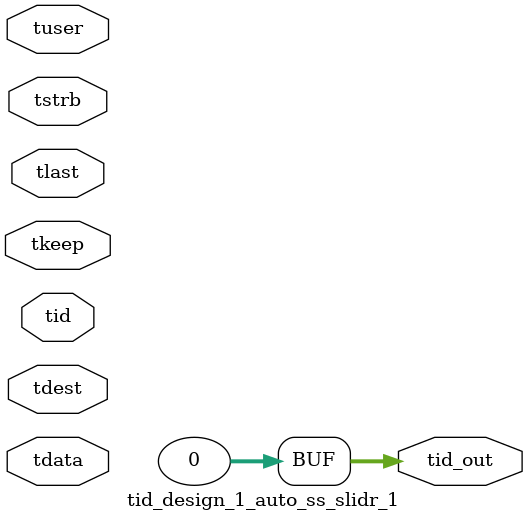
<source format=v>


`timescale 1ps/1ps

module tid_design_1_auto_ss_slidr_1 #
(
parameter C_S_AXIS_TID_WIDTH   = 1,
parameter C_S_AXIS_TUSER_WIDTH = 0,
parameter C_S_AXIS_TDATA_WIDTH = 0,
parameter C_S_AXIS_TDEST_WIDTH = 0,
parameter C_M_AXIS_TID_WIDTH   = 32
)
(
input  [(C_S_AXIS_TID_WIDTH   == 0 ? 1 : C_S_AXIS_TID_WIDTH)-1:0       ] tid,
input  [(C_S_AXIS_TDATA_WIDTH == 0 ? 1 : C_S_AXIS_TDATA_WIDTH)-1:0     ] tdata,
input  [(C_S_AXIS_TUSER_WIDTH == 0 ? 1 : C_S_AXIS_TUSER_WIDTH)-1:0     ] tuser,
input  [(C_S_AXIS_TDEST_WIDTH == 0 ? 1 : C_S_AXIS_TDEST_WIDTH)-1:0     ] tdest,
input  [(C_S_AXIS_TDATA_WIDTH/8)-1:0 ] tkeep,
input  [(C_S_AXIS_TDATA_WIDTH/8)-1:0 ] tstrb,
input                                                                    tlast,
output [(C_M_AXIS_TID_WIDTH   == 0 ? 1 : C_M_AXIS_TID_WIDTH)-1:0       ] tid_out
);

assign tid_out = {1'b0};

endmodule


</source>
